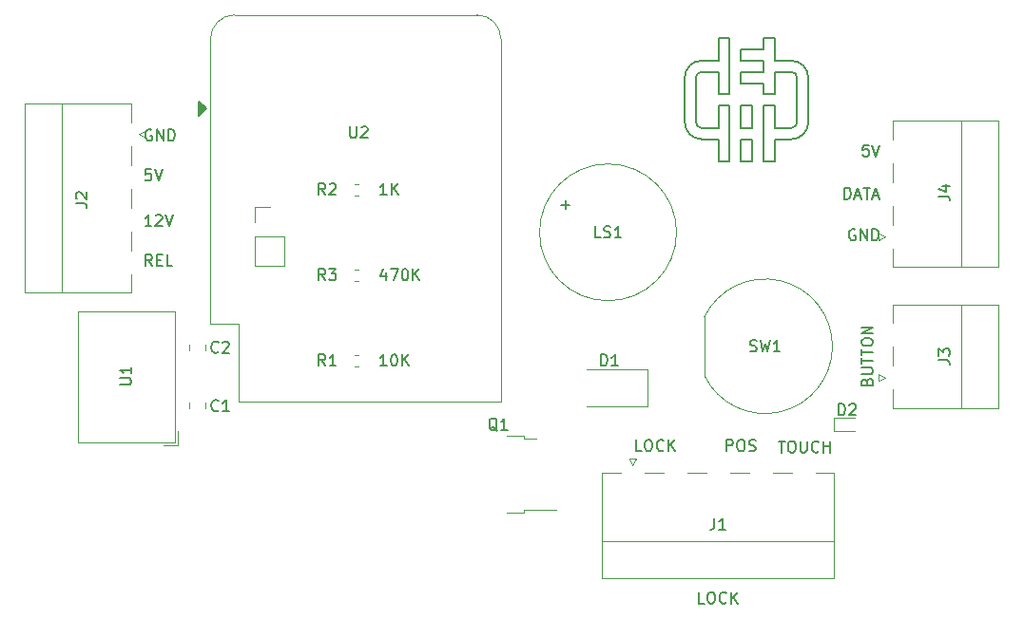
<source format=gbr>
G04 #@! TF.GenerationSoftware,KiCad,Pcbnew,(5.1.2-1)-1*
G04 #@! TF.CreationDate,2019-07-11T02:04:14+01:00*
G04 #@! TF.ProjectId,tool-lockers-pcb,746f6f6c-2d6c-46f6-936b-6572732d7063,rev?*
G04 #@! TF.SameCoordinates,Original*
G04 #@! TF.FileFunction,Legend,Top*
G04 #@! TF.FilePolarity,Positive*
%FSLAX46Y46*%
G04 Gerber Fmt 4.6, Leading zero omitted, Abs format (unit mm)*
G04 Created by KiCad (PCBNEW (5.1.2-1)-1) date 2019-07-11 02:04:14*
%MOMM*%
%LPD*%
G04 APERTURE LIST*
%ADD10C,0.150000*%
%ADD11C,0.120000*%
G04 APERTURE END LIST*
D10*
X172267857Y-115149380D02*
X172839285Y-115149380D01*
X172553571Y-116149380D02*
X172553571Y-115149380D01*
X173363095Y-115149380D02*
X173553571Y-115149380D01*
X173648809Y-115197000D01*
X173744047Y-115292238D01*
X173791666Y-115482714D01*
X173791666Y-115816047D01*
X173744047Y-116006523D01*
X173648809Y-116101761D01*
X173553571Y-116149380D01*
X173363095Y-116149380D01*
X173267857Y-116101761D01*
X173172619Y-116006523D01*
X173125000Y-115816047D01*
X173125000Y-115482714D01*
X173172619Y-115292238D01*
X173267857Y-115197000D01*
X173363095Y-115149380D01*
X174220238Y-115149380D02*
X174220238Y-115958904D01*
X174267857Y-116054142D01*
X174315476Y-116101761D01*
X174410714Y-116149380D01*
X174601190Y-116149380D01*
X174696428Y-116101761D01*
X174744047Y-116054142D01*
X174791666Y-115958904D01*
X174791666Y-115149380D01*
X175839285Y-116054142D02*
X175791666Y-116101761D01*
X175648809Y-116149380D01*
X175553571Y-116149380D01*
X175410714Y-116101761D01*
X175315476Y-116006523D01*
X175267857Y-115911285D01*
X175220238Y-115720809D01*
X175220238Y-115577952D01*
X175267857Y-115387476D01*
X175315476Y-115292238D01*
X175410714Y-115197000D01*
X175553571Y-115149380D01*
X175648809Y-115149380D01*
X175791666Y-115197000D01*
X175839285Y-115244619D01*
X176267857Y-116149380D02*
X176267857Y-115149380D01*
X176267857Y-115625571D02*
X176839285Y-115625571D01*
X176839285Y-116149380D02*
X176839285Y-115149380D01*
X167648095Y-116022380D02*
X167648095Y-115022380D01*
X168029047Y-115022380D01*
X168124285Y-115070000D01*
X168171904Y-115117619D01*
X168219523Y-115212857D01*
X168219523Y-115355714D01*
X168171904Y-115450952D01*
X168124285Y-115498571D01*
X168029047Y-115546190D01*
X167648095Y-115546190D01*
X168838571Y-115022380D02*
X169029047Y-115022380D01*
X169124285Y-115070000D01*
X169219523Y-115165238D01*
X169267142Y-115355714D01*
X169267142Y-115689047D01*
X169219523Y-115879523D01*
X169124285Y-115974761D01*
X169029047Y-116022380D01*
X168838571Y-116022380D01*
X168743333Y-115974761D01*
X168648095Y-115879523D01*
X168600476Y-115689047D01*
X168600476Y-115355714D01*
X168648095Y-115165238D01*
X168743333Y-115070000D01*
X168838571Y-115022380D01*
X169648095Y-115974761D02*
X169790952Y-116022380D01*
X170029047Y-116022380D01*
X170124285Y-115974761D01*
X170171904Y-115927142D01*
X170219523Y-115831904D01*
X170219523Y-115736666D01*
X170171904Y-115641428D01*
X170124285Y-115593809D01*
X170029047Y-115546190D01*
X169838571Y-115498571D01*
X169743333Y-115450952D01*
X169695714Y-115403333D01*
X169648095Y-115308095D01*
X169648095Y-115212857D01*
X169695714Y-115117619D01*
X169743333Y-115070000D01*
X169838571Y-115022380D01*
X170076666Y-115022380D01*
X170219523Y-115070000D01*
X160075714Y-116022380D02*
X159599523Y-116022380D01*
X159599523Y-115022380D01*
X160599523Y-115022380D02*
X160790000Y-115022380D01*
X160885238Y-115070000D01*
X160980476Y-115165238D01*
X161028095Y-115355714D01*
X161028095Y-115689047D01*
X160980476Y-115879523D01*
X160885238Y-115974761D01*
X160790000Y-116022380D01*
X160599523Y-116022380D01*
X160504285Y-115974761D01*
X160409047Y-115879523D01*
X160361428Y-115689047D01*
X160361428Y-115355714D01*
X160409047Y-115165238D01*
X160504285Y-115070000D01*
X160599523Y-115022380D01*
X162028095Y-115927142D02*
X161980476Y-115974761D01*
X161837619Y-116022380D01*
X161742380Y-116022380D01*
X161599523Y-115974761D01*
X161504285Y-115879523D01*
X161456666Y-115784285D01*
X161409047Y-115593809D01*
X161409047Y-115450952D01*
X161456666Y-115260476D01*
X161504285Y-115165238D01*
X161599523Y-115070000D01*
X161742380Y-115022380D01*
X161837619Y-115022380D01*
X161980476Y-115070000D01*
X162028095Y-115117619D01*
X162456666Y-116022380D02*
X162456666Y-115022380D01*
X163028095Y-116022380D02*
X162599523Y-115450952D01*
X163028095Y-115022380D02*
X162456666Y-115593809D01*
X178147404Y-93543380D02*
X178147404Y-92543380D01*
X178385500Y-92543380D01*
X178528357Y-92591000D01*
X178623595Y-92686238D01*
X178671214Y-92781476D01*
X178718833Y-92971952D01*
X178718833Y-93114809D01*
X178671214Y-93305285D01*
X178623595Y-93400523D01*
X178528357Y-93495761D01*
X178385500Y-93543380D01*
X178147404Y-93543380D01*
X179099785Y-93257666D02*
X179575976Y-93257666D01*
X179004547Y-93543380D02*
X179337880Y-92543380D01*
X179671214Y-93543380D01*
X179861690Y-92543380D02*
X180433119Y-92543380D01*
X180147404Y-93543380D02*
X180147404Y-92543380D01*
X180718833Y-93257666D02*
X181195023Y-93257666D01*
X180623595Y-93543380D02*
X180956928Y-92543380D01*
X181290261Y-93543380D01*
X180290261Y-88733380D02*
X179814071Y-88733380D01*
X179766452Y-89209571D01*
X179814071Y-89161952D01*
X179909309Y-89114333D01*
X180147404Y-89114333D01*
X180242642Y-89161952D01*
X180290261Y-89209571D01*
X180337880Y-89304809D01*
X180337880Y-89542904D01*
X180290261Y-89638142D01*
X180242642Y-89685761D01*
X180147404Y-89733380D01*
X179909309Y-89733380D01*
X179814071Y-89685761D01*
X179766452Y-89638142D01*
X180623595Y-88733380D02*
X180956928Y-89733380D01*
X181290261Y-88733380D01*
X179099785Y-96274000D02*
X179004547Y-96226380D01*
X178861690Y-96226380D01*
X178718833Y-96274000D01*
X178623595Y-96369238D01*
X178575976Y-96464476D01*
X178528357Y-96654952D01*
X178528357Y-96797809D01*
X178575976Y-96988285D01*
X178623595Y-97083523D01*
X178718833Y-97178761D01*
X178861690Y-97226380D01*
X178956928Y-97226380D01*
X179099785Y-97178761D01*
X179147404Y-97131142D01*
X179147404Y-96797809D01*
X178956928Y-96797809D01*
X179575976Y-97226380D02*
X179575976Y-96226380D01*
X180147404Y-97226380D01*
X180147404Y-96226380D01*
X180623595Y-97226380D02*
X180623595Y-96226380D01*
X180861690Y-96226380D01*
X181004547Y-96274000D01*
X181099785Y-96369238D01*
X181147404Y-96464476D01*
X181195023Y-96654952D01*
X181195023Y-96797809D01*
X181147404Y-96988285D01*
X181099785Y-97083523D01*
X181004547Y-97178761D01*
X180861690Y-97226380D01*
X180623595Y-97226380D01*
X116477023Y-99512380D02*
X116143690Y-99036190D01*
X115905595Y-99512380D02*
X115905595Y-98512380D01*
X116286547Y-98512380D01*
X116381785Y-98560000D01*
X116429404Y-98607619D01*
X116477023Y-98702857D01*
X116477023Y-98845714D01*
X116429404Y-98940952D01*
X116381785Y-98988571D01*
X116286547Y-99036190D01*
X115905595Y-99036190D01*
X116905595Y-98988571D02*
X117238928Y-98988571D01*
X117381785Y-99512380D02*
X116905595Y-99512380D01*
X116905595Y-98512380D01*
X117381785Y-98512380D01*
X118286547Y-99512380D02*
X117810357Y-99512380D01*
X117810357Y-98512380D01*
X116429404Y-95956380D02*
X115857976Y-95956380D01*
X116143690Y-95956380D02*
X116143690Y-94956380D01*
X116048452Y-95099238D01*
X115953214Y-95194476D01*
X115857976Y-95242095D01*
X116810357Y-95051619D02*
X116857976Y-95004000D01*
X116953214Y-94956380D01*
X117191309Y-94956380D01*
X117286547Y-95004000D01*
X117334166Y-95051619D01*
X117381785Y-95146857D01*
X117381785Y-95242095D01*
X117334166Y-95384952D01*
X116762738Y-95956380D01*
X117381785Y-95956380D01*
X117667500Y-94956380D02*
X118000833Y-95956380D01*
X118334166Y-94956380D01*
X116381785Y-90892380D02*
X115905595Y-90892380D01*
X115857976Y-91368571D01*
X115905595Y-91320952D01*
X116000833Y-91273333D01*
X116238928Y-91273333D01*
X116334166Y-91320952D01*
X116381785Y-91368571D01*
X116429404Y-91463809D01*
X116429404Y-91701904D01*
X116381785Y-91797142D01*
X116334166Y-91844761D01*
X116238928Y-91892380D01*
X116000833Y-91892380D01*
X115905595Y-91844761D01*
X115857976Y-91797142D01*
X116715119Y-90892380D02*
X117048452Y-91892380D01*
X117381785Y-90892380D01*
X116429404Y-87384000D02*
X116334166Y-87336380D01*
X116191309Y-87336380D01*
X116048452Y-87384000D01*
X115953214Y-87479238D01*
X115905595Y-87574476D01*
X115857976Y-87764952D01*
X115857976Y-87907809D01*
X115905595Y-88098285D01*
X115953214Y-88193523D01*
X116048452Y-88288761D01*
X116191309Y-88336380D01*
X116286547Y-88336380D01*
X116429404Y-88288761D01*
X116477023Y-88241142D01*
X116477023Y-87907809D01*
X116286547Y-87907809D01*
X116905595Y-88336380D02*
X116905595Y-87336380D01*
X117477023Y-88336380D01*
X117477023Y-87336380D01*
X117953214Y-88336380D02*
X117953214Y-87336380D01*
X118191309Y-87336380D01*
X118334166Y-87384000D01*
X118429404Y-87479238D01*
X118477023Y-87574476D01*
X118524642Y-87764952D01*
X118524642Y-87907809D01*
X118477023Y-88098285D01*
X118429404Y-88193523D01*
X118334166Y-88288761D01*
X118191309Y-88336380D01*
X117953214Y-88336380D01*
D11*
X125630000Y-94290000D02*
X126960000Y-94290000D01*
X125630000Y-95620000D02*
X125630000Y-94290000D01*
X125630000Y-96890000D02*
X128290000Y-96890000D01*
X128290000Y-96890000D02*
X128290000Y-99490000D01*
X125630000Y-96890000D02*
X125630000Y-99490000D01*
X125630000Y-99490000D02*
X128290000Y-99490000D01*
X134884279Y-100840000D02*
X134558721Y-100840000D01*
X134884279Y-99820000D02*
X134558721Y-99820000D01*
D10*
X168918000Y-85209000D02*
X169918000Y-85209000D01*
X169918000Y-85209000D02*
X169918000Y-87209000D01*
X169918000Y-87209000D02*
X168918000Y-87209000D01*
X168918000Y-87209000D02*
X168918000Y-85209000D01*
X168918000Y-88209000D02*
X169918000Y-88209000D01*
X169918000Y-88209000D02*
X169918000Y-90209000D01*
X169918000Y-90209000D02*
X168918000Y-90209000D01*
X168918000Y-90209000D02*
X168918000Y-88209000D01*
X170918000Y-85209000D02*
X170918000Y-90209000D01*
X170918000Y-90209000D02*
X171918000Y-90209000D01*
X171918000Y-90209000D02*
X171918000Y-88209000D01*
X171918000Y-88209000D02*
X173418000Y-88209000D01*
X170918000Y-85209000D02*
X171918000Y-85209000D01*
X171918000Y-85209000D02*
X171918000Y-87209000D01*
X171918000Y-87209000D02*
X173418000Y-87209000D01*
X167918000Y-85209000D02*
X167918000Y-90209000D01*
X167918000Y-90209000D02*
X166918000Y-90209000D01*
X166918000Y-90209000D02*
X166918000Y-88209000D01*
X166918000Y-88209000D02*
X165418000Y-88209000D01*
X167918000Y-85209000D02*
X166918000Y-85209000D01*
X166918000Y-85209000D02*
X166918000Y-87209000D01*
X166918000Y-87209000D02*
X165418000Y-87209000D01*
X166918000Y-84209000D02*
X167918000Y-84209000D01*
X167918000Y-84209000D02*
X167918000Y-79209000D01*
X167918000Y-79209000D02*
X166918000Y-79209000D01*
X166918000Y-79209000D02*
X166918000Y-81209000D01*
X166918000Y-81209000D02*
X165418000Y-81209000D01*
X166918000Y-84209000D02*
X166918000Y-82209000D01*
X166918000Y-82209000D02*
X165418000Y-82209000D01*
X170918000Y-79209000D02*
X170918000Y-80209000D01*
X170918000Y-80209000D02*
X168918000Y-80209000D01*
X168918000Y-80209000D02*
X168918000Y-81209000D01*
X168918000Y-81209000D02*
X170918000Y-81209000D01*
X170918000Y-81209000D02*
X170918000Y-82209000D01*
X170918000Y-82209000D02*
X168918000Y-82209000D01*
X168918000Y-82209000D02*
X168918000Y-83209000D01*
X168918000Y-83209000D02*
X170918000Y-83209000D01*
X170918000Y-83209000D02*
X170918000Y-84209000D01*
X170918000Y-84209000D02*
X171918000Y-84209000D01*
X171918000Y-84209000D02*
X171918000Y-82209000D01*
X171918000Y-82209000D02*
X173418000Y-82209000D01*
X170918000Y-79209000D02*
X171918000Y-79209000D01*
X171918000Y-79209000D02*
X171918000Y-81209000D01*
X171918000Y-81209000D02*
X173418000Y-81209000D01*
X173918000Y-82709000D02*
X173918000Y-86709000D01*
X174918000Y-82709000D02*
X174918000Y-86709000D01*
X164918000Y-82709000D02*
X164918000Y-86709000D01*
X163918000Y-82709000D02*
X163918000Y-86709000D01*
X173918000Y-82709000D02*
G75*
G03X173418000Y-82209000I-500000J0D01*
G01*
X174918000Y-82709000D02*
G75*
G03X173418000Y-81209000I-1500000J0D01*
G01*
X173418000Y-87209000D02*
G75*
G03X173918000Y-86709000I0J500000D01*
G01*
X173418000Y-88209000D02*
G75*
G03X174918000Y-86709000I0J1500000D01*
G01*
X165418000Y-82209000D02*
G75*
G03X164918000Y-82709000I0J-500000D01*
G01*
X165418000Y-81209000D02*
G75*
G03X163918000Y-82709000I0J-1500000D01*
G01*
X164918000Y-86709000D02*
G75*
G03X165418000Y-87209000I500000J0D01*
G01*
X163918000Y-86709000D02*
G75*
G03X165418000Y-88209000I1500000J0D01*
G01*
D11*
X179070000Y-114265000D02*
X177220000Y-114265000D01*
X179070000Y-113065000D02*
X177220000Y-113065000D01*
X177220000Y-113065000D02*
X177220000Y-114265000D01*
X165669001Y-104060000D02*
G75*
G02X165669001Y-109299999I5399999J-2620000D01*
G01*
X165669000Y-104060000D02*
X165669001Y-109299999D01*
X163189000Y-96520000D02*
G75*
G03X163189000Y-96520000I-6100000J0D01*
G01*
X160594000Y-112013000D02*
X155194000Y-112013000D01*
X160594000Y-108713000D02*
X155194000Y-108713000D01*
X160594000Y-112013000D02*
X160594000Y-108713000D01*
X181169000Y-97201000D02*
X181169000Y-96601000D01*
X181769000Y-96901000D02*
X181169000Y-97201000D01*
X181169000Y-96601000D02*
X181769000Y-96901000D01*
X188569000Y-99611000D02*
X188569000Y-86571000D01*
X182459000Y-92041000D02*
X182459000Y-90331000D01*
X182459000Y-95851000D02*
X182459000Y-94141000D01*
X182459000Y-86571000D02*
X182459000Y-88231000D01*
X182459000Y-99611000D02*
X182459000Y-97951000D01*
X191879000Y-86571000D02*
X182459000Y-86571000D01*
X191879000Y-99611000D02*
X191879000Y-86571000D01*
X182459000Y-99611000D02*
X191879000Y-99611000D01*
X181169000Y-109774000D02*
X181169000Y-109174000D01*
X181769000Y-109474000D02*
X181169000Y-109774000D01*
X181169000Y-109174000D02*
X181769000Y-109474000D01*
X188569000Y-112184000D02*
X188569000Y-102954000D01*
X182459000Y-108424000D02*
X182459000Y-106714000D01*
X182459000Y-102954000D02*
X182459000Y-104614000D01*
X182459000Y-112184000D02*
X182459000Y-110524000D01*
X191879000Y-102954000D02*
X182459000Y-102954000D01*
X191879000Y-112184000D02*
X191879000Y-102954000D01*
X182459000Y-112184000D02*
X191879000Y-112184000D01*
X115884000Y-87457000D02*
X115884000Y-88057000D01*
X115284000Y-87757000D02*
X115884000Y-87457000D01*
X115884000Y-88057000D02*
X115284000Y-87757000D01*
X108484000Y-85047000D02*
X108484000Y-101897000D01*
X114594000Y-96427000D02*
X114594000Y-98137000D01*
X114594000Y-92617000D02*
X114594000Y-94327000D01*
X114594000Y-88807000D02*
X114594000Y-90517000D01*
X114594000Y-101897000D02*
X114594000Y-100237000D01*
X114594000Y-85047000D02*
X114594000Y-86707000D01*
X105174000Y-101897000D02*
X114594000Y-101897000D01*
X105174000Y-85047000D02*
X105174000Y-101897000D01*
X114594000Y-85047000D02*
X105174000Y-85047000D01*
X119813000Y-112224078D02*
X119813000Y-111706922D01*
X121233000Y-112224078D02*
X121233000Y-111706922D01*
X119813000Y-106499922D02*
X119813000Y-107017078D01*
X121233000Y-106499922D02*
X121233000Y-107017078D01*
X156548000Y-117943000D02*
X156548000Y-127363000D01*
X156548000Y-127363000D02*
X177208000Y-127363000D01*
X177208000Y-127363000D02*
X177208000Y-117943000D01*
X156548000Y-117943000D02*
X158208000Y-117943000D01*
X177208000Y-117943000D02*
X175548000Y-117943000D01*
X160308000Y-117943000D02*
X162018000Y-117943000D01*
X164118000Y-117943000D02*
X165828000Y-117943000D01*
X167928000Y-117943000D02*
X169638000Y-117943000D01*
X171738000Y-117943000D02*
X173448000Y-117943000D01*
X156548000Y-124053000D02*
X177208000Y-124053000D01*
X159558000Y-116653000D02*
X159258000Y-117253000D01*
X159258000Y-117253000D02*
X158958000Y-116653000D01*
X158958000Y-116653000D02*
X159558000Y-116653000D01*
X148104000Y-121560000D02*
X149604000Y-121560000D01*
X149604000Y-121560000D02*
X149604000Y-121290000D01*
X149604000Y-121290000D02*
X152434000Y-121290000D01*
X148104000Y-114660000D02*
X149604000Y-114660000D01*
X149604000Y-114660000D02*
X149604000Y-114930000D01*
X149604000Y-114930000D02*
X150704000Y-114930000D01*
X134884279Y-107440000D02*
X134558721Y-107440000D01*
X134884279Y-108460000D02*
X134558721Y-108460000D01*
X134884279Y-93220000D02*
X134558721Y-93220000D01*
X134884279Y-92200000D02*
X134558721Y-92200000D01*
X124230000Y-111591000D02*
X147550000Y-111591000D01*
X121690000Y-104691000D02*
X121690000Y-79261000D01*
X147550000Y-111591000D02*
X147550000Y-79261000D01*
X145430000Y-77131000D02*
X123820000Y-77131000D01*
D10*
G36*
X120650000Y-84836000D02*
G01*
X120650000Y-86106000D01*
X121285000Y-85471000D01*
X120650000Y-84836000D01*
G37*
X120650000Y-84836000D02*
X120650000Y-86106000D01*
X121285000Y-85471000D01*
X120650000Y-84836000D01*
D11*
X121690000Y-104691000D02*
X124230000Y-104691000D01*
X124230000Y-104691000D02*
X124230000Y-111591000D01*
X121690000Y-79261000D02*
G75*
G02X123820000Y-77131000I2130000J0D01*
G01*
X145420000Y-77131000D02*
G75*
G02X147550000Y-79261000I0J-2130000D01*
G01*
X109899000Y-115258000D02*
X109899000Y-103537000D01*
X118519000Y-115258000D02*
X118519000Y-103537000D01*
X109899000Y-115258000D02*
X118519000Y-115258000D01*
X109899000Y-103537000D02*
X118519000Y-103537000D01*
X117519000Y-115498000D02*
X118759000Y-115498000D01*
X118759000Y-115498000D02*
X118759000Y-114258000D01*
D10*
X131913333Y-100782380D02*
X131580000Y-100306190D01*
X131341904Y-100782380D02*
X131341904Y-99782380D01*
X131722857Y-99782380D01*
X131818095Y-99830000D01*
X131865714Y-99877619D01*
X131913333Y-99972857D01*
X131913333Y-100115714D01*
X131865714Y-100210952D01*
X131818095Y-100258571D01*
X131722857Y-100306190D01*
X131341904Y-100306190D01*
X132246666Y-99782380D02*
X132865714Y-99782380D01*
X132532380Y-100163333D01*
X132675238Y-100163333D01*
X132770476Y-100210952D01*
X132818095Y-100258571D01*
X132865714Y-100353809D01*
X132865714Y-100591904D01*
X132818095Y-100687142D01*
X132770476Y-100734761D01*
X132675238Y-100782380D01*
X132389523Y-100782380D01*
X132294285Y-100734761D01*
X132246666Y-100687142D01*
X137289166Y-100115714D02*
X137289166Y-100782380D01*
X137051071Y-99734761D02*
X136812976Y-100449047D01*
X137432023Y-100449047D01*
X137717738Y-99782380D02*
X138384404Y-99782380D01*
X137955833Y-100782380D01*
X138955833Y-99782380D02*
X139051071Y-99782380D01*
X139146309Y-99830000D01*
X139193928Y-99877619D01*
X139241547Y-99972857D01*
X139289166Y-100163333D01*
X139289166Y-100401428D01*
X139241547Y-100591904D01*
X139193928Y-100687142D01*
X139146309Y-100734761D01*
X139051071Y-100782380D01*
X138955833Y-100782380D01*
X138860595Y-100734761D01*
X138812976Y-100687142D01*
X138765357Y-100591904D01*
X138717738Y-100401428D01*
X138717738Y-100163333D01*
X138765357Y-99972857D01*
X138812976Y-99877619D01*
X138860595Y-99830000D01*
X138955833Y-99782380D01*
X139717738Y-100782380D02*
X139717738Y-99782380D01*
X140289166Y-100782380D02*
X139860595Y-100210952D01*
X140289166Y-99782380D02*
X139717738Y-100353809D01*
X177631904Y-112817380D02*
X177631904Y-111817380D01*
X177870000Y-111817380D01*
X178012857Y-111865000D01*
X178108095Y-111960238D01*
X178155714Y-112055476D01*
X178203333Y-112245952D01*
X178203333Y-112388809D01*
X178155714Y-112579285D01*
X178108095Y-112674523D01*
X178012857Y-112769761D01*
X177870000Y-112817380D01*
X177631904Y-112817380D01*
X178584285Y-111912619D02*
X178631904Y-111865000D01*
X178727142Y-111817380D01*
X178965238Y-111817380D01*
X179060476Y-111865000D01*
X179108095Y-111912619D01*
X179155714Y-112007857D01*
X179155714Y-112103095D01*
X179108095Y-112245952D01*
X178536666Y-112817380D01*
X179155714Y-112817380D01*
X169735666Y-107084761D02*
X169878523Y-107132380D01*
X170116619Y-107132380D01*
X170211857Y-107084761D01*
X170259476Y-107037142D01*
X170307095Y-106941904D01*
X170307095Y-106846666D01*
X170259476Y-106751428D01*
X170211857Y-106703809D01*
X170116619Y-106656190D01*
X169926142Y-106608571D01*
X169830904Y-106560952D01*
X169783285Y-106513333D01*
X169735666Y-106418095D01*
X169735666Y-106322857D01*
X169783285Y-106227619D01*
X169830904Y-106180000D01*
X169926142Y-106132380D01*
X170164238Y-106132380D01*
X170307095Y-106180000D01*
X170640428Y-106132380D02*
X170878523Y-107132380D01*
X171069000Y-106418095D01*
X171259476Y-107132380D01*
X171497571Y-106132380D01*
X172402333Y-107132380D02*
X171830904Y-107132380D01*
X172116619Y-107132380D02*
X172116619Y-106132380D01*
X172021380Y-106275238D01*
X171926142Y-106370476D01*
X171830904Y-106418095D01*
X156446142Y-96972380D02*
X155969952Y-96972380D01*
X155969952Y-95972380D01*
X156731857Y-96924761D02*
X156874714Y-96972380D01*
X157112809Y-96972380D01*
X157208047Y-96924761D01*
X157255666Y-96877142D01*
X157303285Y-96781904D01*
X157303285Y-96686666D01*
X157255666Y-96591428D01*
X157208047Y-96543809D01*
X157112809Y-96496190D01*
X156922333Y-96448571D01*
X156827095Y-96400952D01*
X156779476Y-96353333D01*
X156731857Y-96258095D01*
X156731857Y-96162857D01*
X156779476Y-96067619D01*
X156827095Y-96020000D01*
X156922333Y-95972380D01*
X157160428Y-95972380D01*
X157303285Y-96020000D01*
X158255666Y-96972380D02*
X157684238Y-96972380D01*
X157969952Y-96972380D02*
X157969952Y-95972380D01*
X157874714Y-96115238D01*
X157779476Y-96210476D01*
X157684238Y-96258095D01*
X152898047Y-94051428D02*
X153659952Y-94051428D01*
X153279000Y-94432380D02*
X153279000Y-93670476D01*
X156455904Y-108402380D02*
X156455904Y-107402380D01*
X156694000Y-107402380D01*
X156836857Y-107450000D01*
X156932095Y-107545238D01*
X156979714Y-107640476D01*
X157027333Y-107830952D01*
X157027333Y-107973809D01*
X156979714Y-108164285D01*
X156932095Y-108259523D01*
X156836857Y-108354761D01*
X156694000Y-108402380D01*
X156455904Y-108402380D01*
X157979714Y-108402380D02*
X157408285Y-108402380D01*
X157694000Y-108402380D02*
X157694000Y-107402380D01*
X157598761Y-107545238D01*
X157503523Y-107640476D01*
X157408285Y-107688095D01*
X186523380Y-93297333D02*
X187237666Y-93297333D01*
X187380523Y-93344952D01*
X187475761Y-93440190D01*
X187523380Y-93583047D01*
X187523380Y-93678285D01*
X186856714Y-92392571D02*
X187523380Y-92392571D01*
X186475761Y-92630666D02*
X187190047Y-92868761D01*
X187190047Y-92249714D01*
X186523380Y-107907333D02*
X187237666Y-107907333D01*
X187380523Y-107954952D01*
X187475761Y-108050190D01*
X187523380Y-108193047D01*
X187523380Y-108288285D01*
X186523380Y-107526380D02*
X186523380Y-106907333D01*
X186904333Y-107240666D01*
X186904333Y-107097809D01*
X186951952Y-107002571D01*
X186999571Y-106954952D01*
X187094809Y-106907333D01*
X187332904Y-106907333D01*
X187428142Y-106954952D01*
X187475761Y-107002571D01*
X187523380Y-107097809D01*
X187523380Y-107383523D01*
X187475761Y-107478761D01*
X187428142Y-107526380D01*
X180141571Y-109830904D02*
X180189190Y-109688047D01*
X180236809Y-109640428D01*
X180332047Y-109592809D01*
X180474904Y-109592809D01*
X180570142Y-109640428D01*
X180617761Y-109688047D01*
X180665380Y-109783285D01*
X180665380Y-110164238D01*
X179665380Y-110164238D01*
X179665380Y-109830904D01*
X179713000Y-109735666D01*
X179760619Y-109688047D01*
X179855857Y-109640428D01*
X179951095Y-109640428D01*
X180046333Y-109688047D01*
X180093952Y-109735666D01*
X180141571Y-109830904D01*
X180141571Y-110164238D01*
X179665380Y-109164238D02*
X180474904Y-109164238D01*
X180570142Y-109116619D01*
X180617761Y-109069000D01*
X180665380Y-108973761D01*
X180665380Y-108783285D01*
X180617761Y-108688047D01*
X180570142Y-108640428D01*
X180474904Y-108592809D01*
X179665380Y-108592809D01*
X179665380Y-108259476D02*
X179665380Y-107688047D01*
X180665380Y-107973761D02*
X179665380Y-107973761D01*
X179665380Y-107497571D02*
X179665380Y-106926142D01*
X180665380Y-107211857D02*
X179665380Y-107211857D01*
X179665380Y-106402333D02*
X179665380Y-106211857D01*
X179713000Y-106116619D01*
X179808238Y-106021380D01*
X179998714Y-105973761D01*
X180332047Y-105973761D01*
X180522523Y-106021380D01*
X180617761Y-106116619D01*
X180665380Y-106211857D01*
X180665380Y-106402333D01*
X180617761Y-106497571D01*
X180522523Y-106592809D01*
X180332047Y-106640428D01*
X179998714Y-106640428D01*
X179808238Y-106592809D01*
X179713000Y-106497571D01*
X179665380Y-106402333D01*
X180665380Y-105545190D02*
X179665380Y-105545190D01*
X180665380Y-104973761D01*
X179665380Y-104973761D01*
X109688380Y-93932333D02*
X110402666Y-93932333D01*
X110545523Y-93979952D01*
X110640761Y-94075190D01*
X110688380Y-94218047D01*
X110688380Y-94313285D01*
X109783619Y-93503761D02*
X109736000Y-93456142D01*
X109688380Y-93360904D01*
X109688380Y-93122809D01*
X109736000Y-93027571D01*
X109783619Y-92979952D01*
X109878857Y-92932333D01*
X109974095Y-92932333D01*
X110116952Y-92979952D01*
X110688380Y-93551380D01*
X110688380Y-92932333D01*
X122388333Y-112371142D02*
X122340714Y-112418761D01*
X122197857Y-112466380D01*
X122102619Y-112466380D01*
X121959761Y-112418761D01*
X121864523Y-112323523D01*
X121816904Y-112228285D01*
X121769285Y-112037809D01*
X121769285Y-111894952D01*
X121816904Y-111704476D01*
X121864523Y-111609238D01*
X121959761Y-111514000D01*
X122102619Y-111466380D01*
X122197857Y-111466380D01*
X122340714Y-111514000D01*
X122388333Y-111561619D01*
X123340714Y-112466380D02*
X122769285Y-112466380D01*
X123055000Y-112466380D02*
X123055000Y-111466380D01*
X122959761Y-111609238D01*
X122864523Y-111704476D01*
X122769285Y-111752095D01*
X122388333Y-107164142D02*
X122340714Y-107211761D01*
X122197857Y-107259380D01*
X122102619Y-107259380D01*
X121959761Y-107211761D01*
X121864523Y-107116523D01*
X121816904Y-107021285D01*
X121769285Y-106830809D01*
X121769285Y-106687952D01*
X121816904Y-106497476D01*
X121864523Y-106402238D01*
X121959761Y-106307000D01*
X122102619Y-106259380D01*
X122197857Y-106259380D01*
X122340714Y-106307000D01*
X122388333Y-106354619D01*
X122769285Y-106354619D02*
X122816904Y-106307000D01*
X122912142Y-106259380D01*
X123150238Y-106259380D01*
X123245476Y-106307000D01*
X123293095Y-106354619D01*
X123340714Y-106449857D01*
X123340714Y-106545095D01*
X123293095Y-106687952D01*
X122721666Y-107259380D01*
X123340714Y-107259380D01*
X166544666Y-122007380D02*
X166544666Y-122721666D01*
X166497047Y-122864523D01*
X166401809Y-122959761D01*
X166258952Y-123007380D01*
X166163714Y-123007380D01*
X167544666Y-123007380D02*
X166973238Y-123007380D01*
X167258952Y-123007380D02*
X167258952Y-122007380D01*
X167163714Y-122150238D01*
X167068476Y-122245476D01*
X166973238Y-122293095D01*
X165663714Y-129611380D02*
X165187523Y-129611380D01*
X165187523Y-128611380D01*
X166187523Y-128611380D02*
X166378000Y-128611380D01*
X166473238Y-128659000D01*
X166568476Y-128754238D01*
X166616095Y-128944714D01*
X166616095Y-129278047D01*
X166568476Y-129468523D01*
X166473238Y-129563761D01*
X166378000Y-129611380D01*
X166187523Y-129611380D01*
X166092285Y-129563761D01*
X165997047Y-129468523D01*
X165949428Y-129278047D01*
X165949428Y-128944714D01*
X165997047Y-128754238D01*
X166092285Y-128659000D01*
X166187523Y-128611380D01*
X167616095Y-129516142D02*
X167568476Y-129563761D01*
X167425619Y-129611380D01*
X167330380Y-129611380D01*
X167187523Y-129563761D01*
X167092285Y-129468523D01*
X167044666Y-129373285D01*
X166997047Y-129182809D01*
X166997047Y-129039952D01*
X167044666Y-128849476D01*
X167092285Y-128754238D01*
X167187523Y-128659000D01*
X167330380Y-128611380D01*
X167425619Y-128611380D01*
X167568476Y-128659000D01*
X167616095Y-128706619D01*
X168044666Y-129611380D02*
X168044666Y-128611380D01*
X168616095Y-129611380D02*
X168187523Y-129039952D01*
X168616095Y-128611380D02*
X168044666Y-129182809D01*
X147224761Y-114212619D02*
X147129523Y-114165000D01*
X147034285Y-114069761D01*
X146891428Y-113926904D01*
X146796190Y-113879285D01*
X146700952Y-113879285D01*
X146748571Y-114117380D02*
X146653333Y-114069761D01*
X146558095Y-113974523D01*
X146510476Y-113784047D01*
X146510476Y-113450714D01*
X146558095Y-113260238D01*
X146653333Y-113165000D01*
X146748571Y-113117380D01*
X146939047Y-113117380D01*
X147034285Y-113165000D01*
X147129523Y-113260238D01*
X147177142Y-113450714D01*
X147177142Y-113784047D01*
X147129523Y-113974523D01*
X147034285Y-114069761D01*
X146939047Y-114117380D01*
X146748571Y-114117380D01*
X148129523Y-114117380D02*
X147558095Y-114117380D01*
X147843809Y-114117380D02*
X147843809Y-113117380D01*
X147748571Y-113260238D01*
X147653333Y-113355476D01*
X147558095Y-113403095D01*
X131913333Y-108402380D02*
X131580000Y-107926190D01*
X131341904Y-108402380D02*
X131341904Y-107402380D01*
X131722857Y-107402380D01*
X131818095Y-107450000D01*
X131865714Y-107497619D01*
X131913333Y-107592857D01*
X131913333Y-107735714D01*
X131865714Y-107830952D01*
X131818095Y-107878571D01*
X131722857Y-107926190D01*
X131341904Y-107926190D01*
X132865714Y-108402380D02*
X132294285Y-108402380D01*
X132580000Y-108402380D02*
X132580000Y-107402380D01*
X132484761Y-107545238D01*
X132389523Y-107640476D01*
X132294285Y-107688095D01*
X137384404Y-108402380D02*
X136812976Y-108402380D01*
X137098690Y-108402380D02*
X137098690Y-107402380D01*
X137003452Y-107545238D01*
X136908214Y-107640476D01*
X136812976Y-107688095D01*
X138003452Y-107402380D02*
X138098690Y-107402380D01*
X138193928Y-107450000D01*
X138241547Y-107497619D01*
X138289166Y-107592857D01*
X138336785Y-107783333D01*
X138336785Y-108021428D01*
X138289166Y-108211904D01*
X138241547Y-108307142D01*
X138193928Y-108354761D01*
X138098690Y-108402380D01*
X138003452Y-108402380D01*
X137908214Y-108354761D01*
X137860595Y-108307142D01*
X137812976Y-108211904D01*
X137765357Y-108021428D01*
X137765357Y-107783333D01*
X137812976Y-107592857D01*
X137860595Y-107497619D01*
X137908214Y-107450000D01*
X138003452Y-107402380D01*
X138765357Y-108402380D02*
X138765357Y-107402380D01*
X139336785Y-108402380D02*
X138908214Y-107830952D01*
X139336785Y-107402380D02*
X138765357Y-107973809D01*
X131913333Y-93162380D02*
X131580000Y-92686190D01*
X131341904Y-93162380D02*
X131341904Y-92162380D01*
X131722857Y-92162380D01*
X131818095Y-92210000D01*
X131865714Y-92257619D01*
X131913333Y-92352857D01*
X131913333Y-92495714D01*
X131865714Y-92590952D01*
X131818095Y-92638571D01*
X131722857Y-92686190D01*
X131341904Y-92686190D01*
X132294285Y-92257619D02*
X132341904Y-92210000D01*
X132437142Y-92162380D01*
X132675238Y-92162380D01*
X132770476Y-92210000D01*
X132818095Y-92257619D01*
X132865714Y-92352857D01*
X132865714Y-92448095D01*
X132818095Y-92590952D01*
X132246666Y-93162380D01*
X132865714Y-93162380D01*
X137384404Y-93162380D02*
X136812976Y-93162380D01*
X137098690Y-93162380D02*
X137098690Y-92162380D01*
X137003452Y-92305238D01*
X136908214Y-92400476D01*
X136812976Y-92448095D01*
X137812976Y-93162380D02*
X137812976Y-92162380D01*
X138384404Y-93162380D02*
X137955833Y-92590952D01*
X138384404Y-92162380D02*
X137812976Y-92733809D01*
X134112095Y-87082380D02*
X134112095Y-87891904D01*
X134159714Y-87987142D01*
X134207333Y-88034761D01*
X134302571Y-88082380D01*
X134493047Y-88082380D01*
X134588285Y-88034761D01*
X134635904Y-87987142D01*
X134683523Y-87891904D01*
X134683523Y-87082380D01*
X135112095Y-87177619D02*
X135159714Y-87130000D01*
X135254952Y-87082380D01*
X135493047Y-87082380D01*
X135588285Y-87130000D01*
X135635904Y-87177619D01*
X135683523Y-87272857D01*
X135683523Y-87368095D01*
X135635904Y-87510952D01*
X135064476Y-88082380D01*
X135683523Y-88082380D01*
X113625380Y-110108904D02*
X114434904Y-110108904D01*
X114530142Y-110061285D01*
X114577761Y-110013666D01*
X114625380Y-109918428D01*
X114625380Y-109727952D01*
X114577761Y-109632714D01*
X114530142Y-109585095D01*
X114434904Y-109537476D01*
X113625380Y-109537476D01*
X114625380Y-108537476D02*
X114625380Y-109108904D01*
X114625380Y-108823190D02*
X113625380Y-108823190D01*
X113768238Y-108918428D01*
X113863476Y-109013666D01*
X113911095Y-109108904D01*
M02*

</source>
